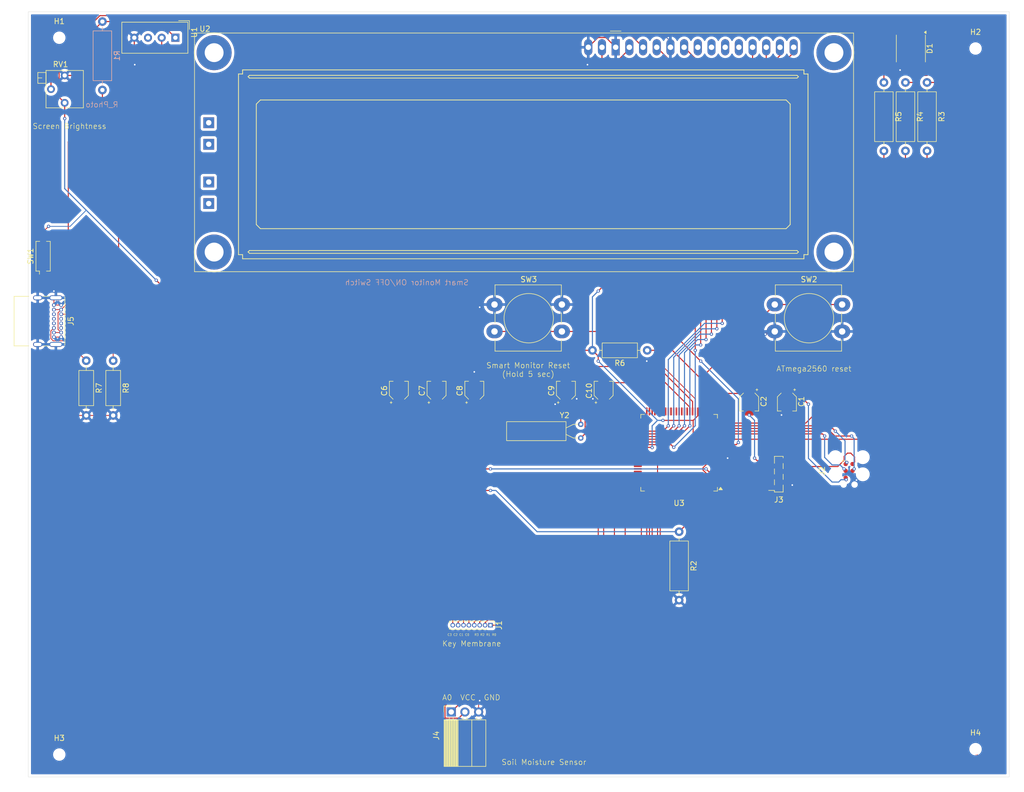
<source format=kicad_pcb>
(kicad_pcb (version 20241229) (generator "pcbnew") (generator_version "9.0")
  (layers (0 "F.Cu" signal) (2 "B.Cu" signal) (13 "F.Paste" user) (15 "B.Paste" user) (5 "F.SilkS" user "F.Silkscreen") (7 "B.SilkS" user "B.Silkscreen") (1 "F.Mask" user) (3 "B.Mask" user) (25 "Edge.Cuts" user))
  (net 0 "")
  (net 1 "GND")
  (net 2 "/Reset")
  (net 3 "Net-(J3-Pin_6)")
  (net 4 "VCC")
  (net 5 "Net-(U3-XTAL2)")
  (net 6 "Net-(U3-XTAL1)")
  (net 7 "Net-(D1-RK)")
  (net 8 "Net-(D1-BK)")
  (net 9 "Net-(D1-GK)")
  (net 10 "/D29")
  (net 11 "/D26")
  (net 12 "/D27")
  (net 13 "/D24")
  (net 14 "/D28")
  (net 15 "/D25")
  (net 16 "/D23")
  (net 17 "/D22")
  (net 18 "/D50 (MISO)")
  (net 19 "/D52 (SCK)")
  (net 20 "/D51 (MOSI)")
  (net 21 "/D0 (RX0)")
  (net 22 "/D1 (TX0)")
  (net 23 "/A0")
  (net 24 "/A1")
  (net 25 "/D9")
  (net 26 "/D10")
  (net 27 "/D11")
  (net 28 "Net-(U2-VO)")
  (net 29 "/D7")
  (net 30 "/D2")
  (net 32 "/D32")
  (net 34 "/D30")
  (net 38 "/D33")
  (net 40 "/D35")
  (net 42 "/D31")
  (net 43 "/D34")
  (net 46 "/A13")
  (net 47 "/A15")
  (net 48 "/D8")
  (net 51 "/A4")
  (net 53 "/D20 (SDA)")
  (net 54 "/D13")
  (net 56 "/D3")
  (net 57 "/D14 (TX3)")
  (net 59 "/D15 (RX3)")
  (net 61 "/D47")
  (net 63 "/D6")
  (net 64 "/D12")
  (net 66 "/D48")
  (net 68 "/D39")
  (net 69 "/D49")
  (net 70 "/A10")
  (net 72 "/D41")
  (net 73 "/D37")
  (net 74 "/D38")
  (net 76 "/A11")
  (net 77 "/D5")
  (net 80 "/A8")
  (net 81 "/D36")
  (net 82 "/A3")
  (net 83 "/D19 (RX1)")
  (net 84 "/D40")
  (net 85 "/D17 (RX2)")
  (net 86 "/A14")
  (net 87 "/D42")
  (net 89 "/A7")
  (net 90 "/D21 (SCL)")
  (net 91 "/D46")
  (net 92 "/D18 (TX1)")
  (net 93 "/A12")
  (net 94 "/D44")
  (net 95 "/A5")
  (net 96 "/A6")
  (net 97 "/D45")
  (net 98 "/D16 (TX2)")
  (net 99 "/A2")
  (net 101 "/A9")
  (net 102 "/D43")
  (net 103 "/D4")
  (net 104 "/D53 (SS)")
  (net 107 "Net-(J5-CC2)")
  (net 108 "Net-(J5-CC1)")
  (net 109 "Net-(SW1A-A)")
  (footprint "Connector_PinSocket_2.54mm:PinSocket_1x03_P2.54mm_Horizontal" (layer "F.Cu") (at 141.725 148.1 90)
    (property "Reference" "J4")
    (property "Value" "Soil Moisture Sensor")
  )
  (footprint "Sensor:Aosong_DHT11_5.5x12.0_P2.54mm" (layer "F.Cu") (at 90.54 23 -90)
    (property "Reference" "U1")
    (property "Value" "DHT11")
  )
  (footprint "Button_Switch_SMD:SW_DIP_SPSTx01_Slide_Copal_CHS-01A_W5.08mm_P1.27mm_JPin" (layer "F.Cu") (at 66 63.54 90)
    (property "Reference" "SW1")
    (property "Value" "SW_DPST_x2")
  )
  (footprint "MountingHole:MountingHole_2.1mm" (layer "F.Cu") (at 239 155)
    (property "Reference" "H4")
    (property "Value" "MountingHole")
  )
  (footprint "MountingHole:MountingHole_2.1mm" (layer "F.Cu") (at 69 23)
    (property "Reference" "H1")
    (property "Value" "MountingHole")
  )
  (footprint "Resistor_THT:R_Axial_DIN0309_L9.0mm_D3.2mm_P12.70mm_Horizontal" (layer "F.Cu") (at 230 31.3 -90)
    (property "Reference" "R3")
    (property "Value" "220")
  )
  (footprint "Capacitor_SMD:CP_Elec_3x5.3" (layer "F.Cu") (at 197 90.5 -90)
    (property "Reference" "C2")
    (property "Value" "0.1u")
  )
  (footprint "Connector_USB:USB_C_Receptacle_GCT_USB4085" (layer "F.Cu") (at 69.35 72.6 -90)
    (property "Reference" "J5")
    (property "Value" "USB_C_Receptacle_PowerOnly_24P")
  )
  (footprint "LED_SMD:LED_RGB_5050-6" (layer "F.Cu") (at 227 25 -90)
    (property "Reference" "D1")
    (property "Value" "LED_RGBA")
  )
  (footprint "Capacitor_SMD:CP_Elec_3x5.3" (layer "F.Cu") (at 163 88.5 90)
    (property "Reference" "C9")
    (property "Value" "22pF")
  )
  (footprint "MountingHole:MountingHole_2.1mm" (layer "F.Cu") (at 69 156)
    (property "Reference" "H3")
    (property "Value" "MountingHole")
  )
  (footprint "Display:LCD-016N002L" (layer "F.Cu") (at 172.23 24.77)
    (property "Reference" "U2")
    (property "Value" "LCD-016N002L")
  )
  (footprint "Resistor_THT:R_Axial_DIN0207_L6.3mm_D2.5mm_P10.16mm_Horizontal" (layer "F.Cu") (at 79 82.92 -90)
    (property "Reference" "R8")
    (property "Value" "5.1k")
  )
  (footprint "Crystal:Crystal_AT310_D3.0mm_L10.0mm_Horizontal" (layer "F.Cu") (at 165.755 94.73 -90)
    (property "Reference" "Y2")
    (property "Value" "Crystal")
  )
  (footprint "Button_Switch_THT:SW_PUSH-12mm_Wuerth-430476085716" (layer "F.Cu") (at 201.75 72.5)
    (property "Reference" "SW2")
    (property "Value" "SW_Push")
  )
  (footprint "Package_QFP:TQFP-100_14x14mm_P0.5mm" (layer "F.Cu") (at 184 100 180)
    (property "Reference" "U3")
    (property "Value" "ATmega2560-16A")
  )
  (footprint "Resistor_THT:R_Axial_DIN0207_L6.3mm_D2.5mm_P10.16mm_Horizontal" (layer "F.Cu") (at 74 82.92 -90)
    (property "Reference" "R7")
    (property "Value" "5.1k")
  )
  (footprint "Connector_PinSocket_1.00mm:PinSocket_1x06_P1.00mm_Vertical_SMD_Pin1Right" (layer "F.Cu") (at 202.5 103.975 180)
    (property "Reference" "J3")
    (property "Value" "Serial")
  )
  (footprint "Capacitor_SMD:CP_Elec_3x5.3" (layer "F.Cu") (at 204 90.5 -90)
    (property "Reference" "C1")
    (property "Value" "0.1u")
  )
  (footprint "Capacitor_SMD:CP_Elec_3x5.3" (layer "F.Cu") (at 139 88.5 90)
    (property "Reference" "C7")
    (property "Value" "0.1u")
  )
  (footprint "Button_Switch_THT:SW_PUSH-12mm_Wuerth-430476085716" (layer "F.Cu") (at 149.75 72.5)
    (property "Reference" "SW3")
    (property "Value" "SW_Push")
  )
  (footprint "Capacitor_SMD:CP_Elec_3x5.3" (layer "F.Cu") (at 146 88.5 90)
    (property "Reference" "C8")
    (property "Value" "0.1u")
  )
  (footprint "Capacitor_SMD:CP_Elec_3x5.3" (layer "F.Cu") (at 170 88.5 90)
    (property "Reference" "C10")
    (property "Value" "22pF")
  )
  (footprint "Resistor_THT:R_Axial_DIN0309_L9.0mm_D3.2mm_P12.70mm_Horizontal" (layer "F.Cu") (at 184 114.65 -90)
    (property "Reference" "R2")
    (property "Value" "10k")
  )
  (footprint "Connector:Tag-Connect_TC2030-IDC-FP_2x03_P1.27mm_Vertical" (layer "F.Cu") (at 215.54 103.365 -90)
    (property "Reference" "J2")
    (property "Value" "AVR-ISP-6")
  )
  (footprint "Capacitor_SMD:CP_Elec_3x5.3" (layer "F.Cu") (at 132 88.5 90)
    (property "Reference" "C6")
    (property "Value" "4.7u")
  )
  (footprint "Connector_PinHeader_1.00mm:PinHeader_1x08_P1.00mm_Vertical" (layer "F.Cu") (at 149 132 -90)
    (property "Reference" "J1")
    (property "Value" "Key Membrane Switch")
  )
  (footprint "Resistor_THT:R_Axial_DIN0207_L6.3mm_D2.5mm_P10.16mm_Horizontal" (layer "F.Cu") (at 178.08 81 180)
    (property "Reference" "R6")
    (property "Value" "22")
  )
  (footprint "Resistor_THT:R_Axial_DIN0309_L9.0mm_D3.2mm_P12.70mm_Horizontal" (layer "F.Cu") (at 222 31.3 -90)
    (property "Reference" "R5")
    (property "Value" "220")
  )
  (footprint "MountingHole:MountingHole_2.1mm" (layer "F.Cu") (at 239 25)
    (property "Reference" "H2")
    (property "Value" "MountingHole")
  )
  (footprint "Potentiometer_THT:Potentiometer_Bourns_3266P_Horizontal" (layer "F.Cu") (at 70 30)
    (property "Reference" "RV1")
    (property "Value" "10k Pot")
  )
  (footprint "Resistor_THT:R_Axial_DIN0309_L9.0mm_D3.2mm_P12.70mm_Horizontal" (layer "F.Cu") (at 226 31.3 -90)
    (property "Reference" "R4")
    (property "Value" "220")
  )
  (footprint "Resistor_THT:R_Axial_DIN0309_L9.0mm_D3.2mm_P12.70mm_Horizontal" (layer "B.Cu") (at 77 32.7 90)
    (property "Reference" "R1")
    (property "Value" "R_Photo")
  )
  (gr_rect (start 63.25 18.1625) (end 245.25 160.1625) (stroke (width 0.05)) (fill no) (layer "Edge.Cuts"))
  (gr_text "Smart Plant Monitor" (at 242 114.65 90) (layer "F.Cu") (effects (font (size 3 3) (thickness 0.3) (bold yes) (italic yes)) (justify left)))
  (gr_text "NJIT ECET-230 Final Project" (at 202 157 0) (layer "F.Cu") (effects (font (size 2 2) (thickness 0.3) (bold yes) (italic yes)) (justify left)))
  (gr_text "Soil Moisture Sensor" (at 151 158 0) (layer "F.SilkS") (effects (font (size 1 1) (thickness 0.1)) (justify left bottom)))
  (gr_text "C3 C2 C1 C0" (at 141 134 0) (layer "F.SilkS") (effects (font (size 0.4 0.4) (thickness 0.05) (bold yes)) (justify left bottom)))
  (gr_text "R3 R2 R1 R0" (at 146 134 0) (layer "F.SilkS") (effects (font (size 0.4 0.4) (thickness 0.05) (bold yes)) (justify left bottom)))
  (gr_text "Smart Monitor Reset\n(Hold 5 sec)" (at 156 86 0) (layer "F.SilkS") (effects (font (size 1 1) (thickness 0.1)) (justify bottom)))
  (gr_text "A0  VCC  GND" (at 140 146 0) (layer "F.SilkS") (effects (font (size 1 1) (thickness 0.1)) (justify left bottom)))
  (gr_text "ATmega2560 reset" (at 202 85 0) (layer "F.SilkS") (effects (font (size 1 1) (thickness 0.1)) (justify left bottom)))
  (gr_text "Key Membrane" (at 140 136 0) (layer "F.SilkS") (effects (font (size 1 1) (thickness 0.1)) (justify left bottom)))
  (gr_text "Screen Brightness" (at 64 40 -0) (layer "F.SilkS") (effects (font (size 1 1) (thickness 0.1)) (justify left bottom)))
  (gr_text "Smart Monitor ON/OFF Switch" (at 145 69 0) (layer "B.SilkS") (effects (font (size 1 1) (thickness 0.1)) (justify left bottom mirror)))
  (gr_text "R_Photo" (at 80 36 0) (layer "B.SilkS") (effects (font (size 1 1) (thickness 0.1)) (justify left bottom mirror)))
  (segment (start 187 90) (end 180 83) (width 0.15) (layer "F.Cu") (net 1))
  (segment (start 216.175 104.635) (end 216.471664 104.635) (width 0.15) (layer "F.Cu") (net 1))
  (segment (start 68.37 90.37) (end 71.08 93.08) (width 0.15) (layer "F.Cu") (net 1))
  (segment (start 180.5 123.85) (end 180.5 107.6625) (width 0.2032) (layer "F.Cu") (net 1))
  (segment (start 216.471664 104.635) (end 216.915191 105.078527) (width 0.15) (layer "F.Cu") (net 1))
  (segment (start 71.08 93.08) (end 74 93.08) (width 0.15) (layer "F.Cu") (net 1))
  (segment (start 68 72.6) (end 68 71.62) (width 0.15) (layer "F.Cu") (net 1))
  (segment (start 167 24.92) (end 167 28) (width 0.2032) (layer "F.Cu") (net 1))
  (segment (start 161 91) (end 162 91) (width 0.2032) (layer "F.Cu") (net 1))
  (segment (start 225.3 27.4) (end 225.3 28.7) (width 0.2032) (layer "F.Cu") (net 1))
  (segment (start 167.15 24.77) (end 167 24.92) (width 0.2032) (layer "F.Cu") (net 1))
  (segment (start 203.475 105.475) (end 204.475 105.475) (width 0.2032) (layer "F.Cu") (net 1))
  (segment (start 202.475 106.475) (end 201.525 106.475) (width 0.2032) (layer "F.Cu") (net 1))
  (segment (start 149.75 72.5) (end 147.5 72.5) (width 0.15) (layer "F.Cu") (net 1))
  (segment (start 184 127.35) (end 180.5 123.85) (width 0.2032) (layer "F.Cu") (net 1))
  (segment (start 197 111) (end 192 111) (width 0.2032) (layer "F.Cu") (net 1))
  (segment (start 64.99 79.9) (end 64.99 71.25) (width 0.15) (layer "F.Cu") (net 1))
  (segment (start 175.563914 99.5) (end 176.3375 99.5) (width 0.2032) (layer "F.Cu") (net 1))
  (segment (start 201.525 106.475) (end 197 111) (width 0.2032) (layer "F.Cu") (net 1))
  (segment (start 214.25 77.5) (end 201.75 77.5) (width 0.2032) (layer "F.Cu") (net 1))
  (segment (start 82.92 27.92) (end 82.92 23) (width 0.2032) (layer "F.Cu") (net 1))
  (segment (start 68 71.62) (end 68.37 71.25) (width 0.15) (layer "F.Cu") (net 1))
  (segment (start 170.4274 22.9674) (end 168.9526 22.9674) (width 0.2032) (layer "F.Cu") (net 1))
  (segment (start 147.5 72.5) (end 147 73) (width 0.15) (layer "F.Cu") (net 1))
  (segment (start 203.475 105.475) (end 202.475 106.475) (width 0.2032) (layer "F.Cu") (net 1))
  (segment (start 170 90) (end 168 90) (width 0.2032) (layer "F.Cu") (net 1))
  (segment (start 162 91) (end 163 90) (width 0.2032) (layer "F.Cu") (net 1))
  (segment (start 225.3 27.3) (end 225 27) (width 0.2032) (layer "F.Cu") (net 1))
  (segment (start 165 90) (end 163 90) (width 0.2032) (layer "F.Cu") (net 1))
  (segment (start 68.37 79.9) (end 68.37 90.37) (width 0.15) (layer "F.Cu") (net 1))
  (segment (start 170 93.936086) (end 175.563914 99.5) (width 0.2032) (layer "F.Cu") (net 1))
  (segment (start 68 72.6) (end 69.35 72.6) (width 0.15) (layer "F.Cu") (net 1))
  (segment (start 146 87) (end 146 85) (width 0.2032) (layer "F.Cu") (net 1))
  (segment (start 139 87) (end 132 87) (width 0.2032) (layer "F.Cu") (net 1))
  (segment (start 201.75 77.5) (end 200.5 77.5) (width 0.2032) (layer "F.Cu") (net 1))
  (segment (start 180 83) (end 178 83) (width 0.15) (layer "F.Cu") (net 1))
  (segment (start 64.99 79.9) (end 68.37 79.9) (width 0.15) (layer "F.Cu") (net 1))
  (segment (start 170 90) (end 170 93.936086) (width 0.2032) (layer "F.Cu") (net 1))
  (segment (start 146 87) (end 139 87) (width 0.2032) (layer "F.Cu") (net 1))
  (segment (start 146.805 148.1) (end 146.805 146.195) (width 0.15) (layer "F.Cu") (net 1))
  (segment (start 204.475 105.475) (end 205 106) (width 0.2032) (layer "F.Cu") (net 1))
  (segment (start 200.5 77.5) (end 200 78) (width 0.2032) (layer "F.Cu") (net 1))
  (segment (start 68.37 71.25) (end 68.37 70.37) (width 0.15) (layer "F.Cu") (net 1))
  (segment (start 182.39 24.77) (end 182.39 23.39) (width 0.2032) (layer "F.Cu") (net 1))
  (segment (start 225.3 27.4) (end 225.3 27.3) (width 0.2032) (layer "F.Cu") (net 1))
  (segment (start 192 111) (end 189.5 108.5) (width 0.2032) (layer "F.Cu") (net 1))
  (segment (start 172.23 24.77) (end 170.4274 22.9674) (width 0.2032) (layer "F.Cu") (net 1))
  (segment (start 191.6625 101) (end 193 101) (width 0.15) (layer "F.Cu") (net 1))
  (segment (start 189.5 108.5) (end 189.5 107.6625) (width 0.2032) (layer "F.Cu") (net 1))
  (segment (start 146.805 146.195) (end 147 146) (width 0.15) (layer "F.Cu") (net 1))
  (segment (start 69.35 78.55) (end 68 78.55) (width 0.15) (layer "F.Cu") (net 1))
  (segment (start 68.37 70.37) (end 68 70) (width 0.15) (layer "F.Cu") (net 1))
  (segment (start 182.39 23.39) (end 182 23) (width 0.2032) (layer "F.Cu") (net 1))
  (segment (start 83 28) (end 82.92 27.92) (width 0.2032) (layer "F.Cu") (net 1))
  (segment (start 74 93.08) (end 79 93.08) (width 0.15) (layer "F.Cu") (net 1))
  (segment (start 168.9526 22.9674) (end 167.15 24.77) (width 0.2032) (layer "F.Cu") (net 1))
  (segment (start 225.3 28.7) (end 225 29) (width 0.2032) (layer "F.Cu") (net 1))
  (segment (start 81 30) (end 83 28) (width 0.2032) (layer "F.Cu") (net 1))
  (segment (start 70 30) (end 81 30) (width 0.2032) (layer "F.Cu") (net 1))
  (segment (start 187 92.3375) (end 187 90) (width 0.15) (layer "F.Cu") (net 1))
  (segment (start 204 92) (end 203 93) (width 0.15) (layer "F.Cu") (net 1))
  (segment (start 162.25 72.5) (end 149.75 72.5) (width 0.15) (layer "F.Cu") (net 1))
  (segment (start 68.37 71.25) (end 64.99 71.25) (width 0.15) (layer "F.Cu") (net 1))
  (via (at 225 29) (size 0.6) (drill 0.3) (layers "F.Cu" "B.Cu") (net 1))
  (via (at 147 73) (size 0.6) (drill 0.3) (layers "F.Cu" "B.Cu") (net 1))
  (via (at 68 70) (size 0.6) (drill 0.3) (layers "F.Cu" "B.Cu") (net 1))
  (via (at 161 91) (size 0.6) (drill 0.3) (layers "F.Cu" "B.Cu") (net 1))
  (via (at 168 90) (size 0.6) (drill 0.3) (layers "F.Cu" "B.Cu") (net 1))
  (via (at 147 146) (size 0.6) (drill 0.3) (layers "F.Cu" "B.Cu") (net 1))
  (via (at 178 83) (size 0.6) (drill 0.3) (layers "F.Cu" "B.Cu") (net 1))
  (via (at 165 90) (size 0.6) (drill 0.3) (layers "F.Cu" "B.Cu") (net 1))
  (via (at 83 28) (size 0.6) (drill 0.3) (layers "F.Cu" "B.Cu") (net 1))
  (via (at 205 106) (size 0.6) (drill 0.3) (layers "F.Cu" "B.Cu") (net 1))
  (via (at 200 78) (size 0.6) (drill 0.3) (layers "F.Cu" "B.Cu") (net 1))
  (via (at 216.915191 105.078527) (size 0.6) (drill 0.3) (layers "F.Cu" "B.Cu") (net 1))
  (via (at 146 85) (size 0.6) (drill 0.3) (layers "F.Cu" "B.Cu") (net 1))
  (via (at 193 101) (size 0.6) (drill 0.3) (layers "F.Cu" "B.Cu") (net 1))
  (via (at 167 28) (size 0.6) (drill 0.3) (layers "F.Cu" "B.Cu") (net 1))
  (via (at 203 93) (size 0.6) (drill 0.3) (layers "F.Cu" "B.Cu") (net 1))
  (via (at 182 23) (size 0.6) (drill 0.3) (layers "F.Cu" "B.Cu") (net 1))
  (segment (start 168 90) (end 165 90) (width 0.2032) (layer "B.Cu") (net 1))
  (segment (start 188 86.25) (end 188 92.3375) (width 0.2032) (layer "F.Cu") (net 2))
  (segment (start 182.75 81) (end 188 86.25) (width 0.2032) (layer "F.Cu") (net 2))
  (segment (start 214.25 72.5) (end 201.75 72.5) (width 0.2032) (layer "F.Cu") (net 2))
  (segment (start 206 89) (end 204 89) (width 0.2032) (layer "F.Cu") (net 2))
  (segment (start 214.905 104.905) (end 215 105) (width 0.2032) (layer "F.Cu") (net 2))
  (segment (start 201.75 72.5) (end 188.625 85.625) (width 0.2032) (layer "F.Cu") (net 2))
  (segment (start 192 89) (end 188.625 85.625) (width 0.2032) (layer "F.Cu") (net 2))
  (segment (start 188.625 85.625) (end 188 86.25) (width 0.2032) (layer "F.Cu") (net 2))
  (segment (start 178.08 81) (end 182.75 81) (width 0.2032) (layer "F.Cu") (net 2))
  (segment (start 208 91) (end 206 89) (width 0.2032) (layer "F.Cu") (net 2))
  (segment (start 204 89) (end 197 89) (width 0.2032) (layer "F.Cu") (net 2))
  (segment (start 197 89) (end 192 89) (width 0.2032) (layer "F.Cu") (net 2))
  (segment (start 214.905 104.635) (end 214.905 104.905) (width 0.2032) (layer "F.Cu") (net 2))
  (via (at 215 105) (size 0.6) (drill 0.3) (layers "F.Cu" "B.Cu") (net 2))
  (via (at 208 91) (size 0.6) (drill 0.3) (layers "F.Cu" "B.Cu") (net 2))
  (segment (start 208 101.039932) (end 208 91) (width 0.2032) (layer "B.Cu") (net 2))
  (segment (start 215 105) (end 214.039932 105) (width 0.2032) (layer "B.Cu") (net 2))
  (segment (start 214.039932 105) (end 213.597482 105.44245) (width 0.2032) (layer "B.Cu") (net 2))
  (segment (start 213.597482 105.44245) (end 212.402518 105.44245) (width 0.2032) (layer "B.Cu") (net 2))
  (segment (start 212.402518 105.44245) (end 208 101.039932) (width 0.2032) (layer "B.Cu") (net 2))
  (segment (start 198.475 101.475) (end 198 101) (width 0.2032) (layer "F.Cu") (net 3))
  (segment (start 203.475 101.475) (end 198.475 101.475) (width 0.2032) (layer "F.Cu") (net 3))
  (segment (start 197 93) (end 197 92) (width 0.2032) (layer "F.Cu") (net 3))
  (via (at 198 101) (size 0.6) (drill 0.3) (layers "F.Cu" "B.Cu") (net 3))
  (via (at 197 93) (size 0.6) (drill 0.3) (layers "F.Cu" "B.Cu") (net 3))
  (segment (start 198 94) (end 197 93) (width 0.2032) (layer "B.Cu") (net 3))
  (segment (start 198 101) (end 198 94) (width 0.2032) (layer "B.Cu") (net 3))
  (segment (start 140.5724 149.2526) (end 140.5724 146.9474) (width 0.2032) (layer "F.Cu") (net 4))
  (segment (start 139 90) (end 132 90) (width 0.2032) (layer "F.Cu") (net 4))
  (segment (start 167.92 81) (end 166 81) (width 0.2032) (layer "F.Cu") (net 4))
  (segment (start 188.4474 103.228895) (end 188.4474 102.771105) (width 0.2032) (layer "F.Cu") (net 4))
  (segment (start 188.4474 102.771105) (end 189.718505 101.5) (width 0.2032) (layer "F.Cu") (net 4))
  (segment (start 169.69 69.31) (end 169 70) (width 0.2032) (layer "F.Cu") (net 4))
  (segment (start 214.616583 100.687333) (end 214.616583 101.383417) (width 0.2032) (layer "F.Cu") (net 4))
  (segment (start 140.5724 146.9474) (end 155.1156 132.4042) (width 0.2032) (layer "F.Cu") (net 4))
  (segment (start 180 128.571626) (end 180 107.6625) (width 0.2032) (layer "F.Cu") (net 4))
  (segment (start 143.1124 149.2526) (end 140.5724 149.2526) (width 0.2032) (layer "F.Cu") (net 4))
  (segment (start 87.54 20) (end 77 20) (width 0.2032) (layer "F.Cu") (net 4))
  (segment (start 166 81) (end 157 90) (width 0.2032) (layer "F.Cu") (net 4))
  (segment (start 206.36485 102.55755) (end 204.4474 104.475) (width 0.2032) (layer "F.Cu") (net 4))
  (segment (start 70 38) (end 70 35.08) (width 0.2032) (layer "F.Cu") (net 4))
  (segment (start 186.611086 98.392581) (end 186.611086 94) (width 0.2032) (layer "F.Cu") (net 4))
  (segment (start 144.265 148.1) (end 143.1124 149.2526) (width 0.2032) (layer "F.Cu") (net 4))
  (segment (start 176.167426 132.4042) (end 180 128.571626) (width 0.2032) (layer "F.Cu") (net 4))
  (segment (start 68.9774 34.0574) (end 68.9774 28.0226) (width 0.2032) (layer "F.Cu") (net 4))
  (segment (start 190 107.6625) (end 190 104.781495) (width 0.2032) (layer "F.Cu") (net 4))
  (segment (start 215.229216 100.0747) (end 214.616583 100.687333) (width 0.2032) (layer "F.Cu") (net 4))
  (segment (start 190 104.781495) (end 188.4474 103.228895) (width 0.2032) (layer "F.Cu") (net 4))
  (segment (start 70 35.08) (end 68.9774 34.0574) (width 0.2032) (layer "F.Cu") (net 4))
  (segment (start 201.525 104.475) (end 196 110) (width 0.2032) (layer "F.Cu") (net 4))
  (segment (start 180 107.6625) (end 180 101.925001) (width 0.2032) (layer "F.Cu") (net 4))
  (segment (start 187.5 93.111086) (end 187.5 92.3375) (width 0.2032) (layer "F.Cu") (net 4))
  (segment (start 180 101.925001) (end 177.074999 99) (width 0.2032) (layer "F.Cu") (net 4))
  (segment (start 214.616583 101.383417) (end 213.44245 102.55755) (width 0.2032) (layer "F.Cu") (net 4))
  (segment (start 167.92 81) (end 169 82.08) (width 0.2032) (layer "F.Cu") (net 4))
  (segment (start 189.718505 101.5) (end 186.611086 98.392581) (width 0.2032) (layer "F.Cu") (net 4))
  (segment (start 174.77 25.0852) (end 171.8552 28) (width 0.2032) (layer "F.Cu") (net 4))
  (segment (start 189.718505 101.5) (end 191.6625 101.5) (width 0.2032) (layer "F.Cu") (net 4))
  (segment (start 213.44245 102.55755) (end 206.36485 102.55755) (width 0.2032) (layer "F.Cu") (net 4))
  (segment (start 155.1156 132.4042) (end 176.167426 132.4042) (width 0.2032) (layer "F.Cu") (net 4))
  (segment (start 216.568699 101.701301) (end 216.568699 100.792615) (width 0.2032) (layer "F.Cu") (net 4))
  (segment (start 171.8552 28) (end 169.69 28) (width 0.2032) (layer "F.Cu") (net 4))
  (segment (start 146 90) (end 139 90) (width 0.2032) (layer "F.Cu") (net 4))
  (segment (start 176.3375 99) (end 178.9484 99) (width 0.2032) (layer "F.Cu") (net 4))
  (segment (start 132 90) (end 109 90) (width 0.2032) (layer "F.Cu") (net 4))
  (segment (start 177.074999 99) (end 176.3375 99) (width 0.2032) (layer "F.Cu") (net 4))
  (segment (start 66 61) (end 66 59) (width 0.15) (layer "F.Cu") (net 4))
  (segment (start 174.77 24.77) (end 174.77 25.0852) (width 0.2032) (layer "F.Cu") (net 4))
  (segment (start 169 82.08) (end 169 83) (width 0.2032) (layer "F.Cu") (net 4))
  (segment (start 90.54 23) (end 87.54 20) (width 0.2032) (layer "F.Cu") (net 4))
  (segment (start 181 94) (end 186.611086 94) (width 0.2032) (layer "F.Cu") (net 4))
  (segment (start 216.175 102.095) (end 216.568699 101.701301) (width 0.2032) (layer "F.Cu") (net 4))
  (segment (start 169.69 24.77) (end 169.69 28) (width 0.2032) (layer "F.Cu") (net 4))
  (segment (start 216.568699 100.792615) (end 215.850784 100.0747) (width 0.2032) (layer "F.Cu") (net 4))
  (segment (start 196 110) (end 192.3375 110) (width 0.2032) (layer "F.Cu") (net 4))
  (segment (start 109 90) (end 87 68) (width 0.2032) (layer "F.Cu") (net 4))
  (segment (start 178.9484 99) (end 179 99.0516) (width 0.2032) (layer "F.Cu") (net 4))
  (segment (start 157 90) (end 146 90) (width 0.2032) (layer "F.Cu") (net 4))
  (segment (start 66 59) (end 67 58) (width 0.15) (layer "F.Cu") (net 4))
  (segment (start 169.69 28) (end 169.69 69.31) (width 0.2032) (layer "F.Cu") (net 4))
  (segment (start 204.4474 104.475) (end 201.525 104.475) (width 0.2032) (layer "F.Cu") (net 4))
  (segment (start 215.850784 100.0747) (end 215.229216 100.0747) (width 0.2032) (layer "F.Cu") (net 4))
  (segment (start 68.9774 28.0226) (end 77 20) (width 0.2032) (layer "F.Cu") (net 4))
  (segment (start 186.611086 94) (end 187.5 93.111086) (width 0.2032) (layer "F.Cu") (net 4))
  (segment (start 192.3375 110) (end 190 107.6625) (width 0.2032) (layer "F.Cu") (net 4))
  (via (at 70 38) (size 0.6) (drill 0.3) (layers "F.Cu" "B.Cu") (net 4))
  (via (at 169 83) (size 0.6) (drill 0.3) (layers "F.Cu" "B.Cu") (net 4))
  (via (at 169 70) (size 0.6) (drill 0.3) (layers "F.Cu" "B.Cu") (net 4))
  (via (at 67 58) (size 0.6) (drill 0.3) (layers "F.Cu" "B.Cu") (net 4))
  (via (at 181 94) (size 0.6) (drill 0.3) (layers "F.Cu" "B.Cu") (net 4))
  (via (at 179 99.0516) (size 0.6) (drill 0.3) (layers "F.Cu" "B.Cu") (net 4))
  (via (at 87 68) (size 0.6) (drill 0.3) (layers "F.Cu" "B.Cu") (net 4))
  (segment (start 169 83) (end 180 94) (width 0.2032) (layer "B.Cu") (net 4))
  (segment (start 167.92 71.08) (end 167.92 81) (width 0.2032) (layer "B.Cu") (net 4))
  (segment (start 67 58) (end 71 58) (width 0.15) (layer "B.Cu") (net 4))
  (segment (start 180 94) (end 181 94) (width 0.2032) (layer "B.Cu") (net 4))
  (segment (start 70 51) (end 70 38) (width 0.2032) (layer "B.Cu") (net 4))
  (segment (start 169 70) (end 167.92 71.08) (width 0.2032) (layer "B.Cu") (net 4))
  (segment (start 179 95) (end 180 94) (width 0.2032) (layer "B.Cu") (net 4))
  (segment (start 179 99.0516) (end 179 95) (width 0.2032) (layer "B.Cu") (net 4))
  (segment (start 71 58) (end 74 55) (width 0.15) (layer "B.Cu") (net 4))
  (segment (start 78 59) (end 74 55) (width 0.2032) (layer "B.Cu") (net 4))
  (segment (start 78 59) (end 87 68) (width 0.2032) (layer "B.Cu") (net 4))
  (segment (start 74 55) (end 70 51) (width 0.2032) (layer "B.Cu") (net 4))
  (segment (start 186.5 90.5) (end 186.5 92.3375) (width 0.2032) (layer "F.Cu") (net 5))
  (segment (start 165.755 84.245) (end 166 84) (width 0.2032) (layer "F.Cu") (net 5))
  (segment (start 165.755 94.73) (end 165.755 84.245) (width 0.2032) (layer "F.Cu") (net 5))
  (segment (start 163 87) (end 166 84) (width 0.2032) (layer "F.Cu") (net 5))
  (segment (start 180 84) (end 186.5 90.5) (width 0.2032) (layer "F.Cu") (net 5))
  (segment (start 166 84) (end 180 84) (width 0.2032) (layer "F.Cu") (net 5))
  (segment (start 170 87) (end 181.436086 87) (width 0.2032) (layer "F.Cu") (net 6))
  (segment (start 165.755 97.27) (end 166.5576 96.4674) (width 0.2032) (layer "F.Cu") (net 6))
  (segment (start 166.5576 90.4424) (end 170 87) (width 0.2032) (layer "F.Cu") (net 6))
  (segment (start 181.436086 87) (end 186 91.563914) (width 0.2032) (layer "F.Cu") (net 6))
  (segment (start 186 91.563914) (end 186 92.3375) (width 0.2032) (layer "F.Cu") (net 6))
  (segment (start 166.5576 96.4674) (end 166.5576 90.4424) (width 0.2032) (layer "F.Cu") (net 6))
  (segment (start 230.6 22.6) (end 233 25) (width 0.2032) (layer "F.Cu") (net 7))
  (segment (start 228.7 22.6) (end 230.6 22.6) (width 0.2032) (layer "F.Cu") (net 7))
  (segment (start 232.7 31.3) (end 230 31.3) (width 0.2032) (layer "F.Cu") (net 7))
  (segment (start 233 31) (end 232.7 31.3) (width 0.2032) (layer "F.Cu") (net 7))
  (segment (start 233 25) (end 233 31) (width 0.2032) (layer "F.Cu") (net 7))
  (segment (start 222 25.9) (end 222 31.3) (width 0.2032) (layer "F.Cu") (net 8))
  (segment (start 225.3 22.6) (end 222 25.9) (width 0.2032) (layer "F.Cu") (net 8))
  (segment (start 227 22.6) (end 227 23.05) (width 0.2032) (layer "F.Cu") (net 9))
  (segment (start 229 30) (end 227.7 31.3) (width 0.2032) (layer "F.Cu") (net 9))
  (segment (start 230 30) (end 229 30) (width 0.2032) (layer "F.Cu") (net 9))
  (segment (start 227.7 31.3) (end 226 31.3) (width 0.2032) (layer "F.Cu") (net 9))
  (segment (start 231 29) (end 230 30) (width 0.2032) (layer "F.Cu") (net 9))
  (segment (start 231 27.05) (end 231 29) (width 0.2032) (layer "F.Cu") (net 9))
  (segment (start 227 23.05) (end 231 27.05) (width 0.2032) (layer "F.Cu") (net 9))
  (segment (start 165 125) (end 169 121) (width 0.2032) (layer "F.Cu") (net 10))
  (segment (start 169 108.85675) (end 173.85675 104) (width 0.2032) (layer "F.Cu") (net 10))
  (segment (start 169 121) (end 169 108.85675) (width 0.2032) (layer "F.Cu") (net 10))
  (segment (start 148 125) (end 165 125) (width 0.2032) (layer "F.Cu") (net 10))
  (segment (start 142 131) (end 148 125) (width 0.2032) (layer "F.Cu") (net 10))
  (segment (start 142 132) (end 142 131) (width 0.2032) (layer "F.Cu") (net 10))
  (segment (start 173.85675 104) (end 176.3375 104) (width 0.2032) (layer "F.Cu") (net 10))
  (segment (start 145 132) (end 145 131) (width 0.2032) (layer "F.Cu") (net 11))
  (segment (start 174 125) (end 174 106) (width 0.2032) (layer "F.Cu") (net 11))
  (segment (start 145 131) (end 148 128) (width 0.2032) (layer "F.Cu") (net 11))
  (segment (start 174 106) (end 174.5 105.5) (width 0.2032) (layer "F.Cu") (net 11))
  (segment (start 148 128) (end 171 128) (width 0.2032) (layer "F.Cu") (net 11))
  (segment (start 171 128) (end 174 125) (width 0.2032) (layer "F.Cu") (net 11))
  (segment (start 174.5 105.5) (end 176.3375 105.5) (width 0.2032) (layer "F.Cu") (net 11))
  (segment (start 144 132) (end 144 131) (width 0.2032) (layer "F.Cu") (net 12))
  (segment (start 172 124) (end 172 107) (width 0.2032) (layer "F.Cu") (net 12))
  (segment (start 174 105) (end 176.3375 105) (width 0.2032) (layer "F.Cu") (net 12))
  (segment (start 169 127) (end 172 124) (width 0.2032) (layer "F.Cu") (net 12))
  (segment (start 144 131) (end 148 127) (width 0.2032) (layer "F.Cu") (net 12))
  (segment (start 148 127) (end 169 127) (width 0.2032) (layer "F.Cu") (net 12))
  (segment (start 172 107) (end 174 105) (width 0.2032) (layer "F.Cu") (net 12))
  (segment (start 148.39896 130) (end 174 130) (width 0.2032) (layer "F.Cu") (net 13))
  (segment (start 178 126) (end 178 107.6625) (width 0.2032) (layer "F.Cu") (net 13))
  (segment (start 147 132) (end 147 131.39896) (width 0.2032) (layer "F.Cu") (net 13))
  (segment (start 147 131.39896) (end 148.39896 130) (width 0.2032) (layer "F.Cu") (net 13))
  (segment (start 174 130) (end 178 126) (width 0.2032) (layer "F.Cu") (net 13))
  (segment (start 143 132) (end 143 131.39896) (width 0.2032) (layer "F.Cu") (net 14))
  (segment (start 167 126) (end 170 123) (width 0.2032) (layer "F.Cu") (net 14))
  (segment (start 143 131.39896) (end 148.39896 126) (width 0.2032) (layer "F.Cu") (net 14))
  (segment (start 170 108.428375) (end 173.928375 104.5) (width 0.2032) (layer "F.Cu") (net 14))
  (segment (start 170 123) (end 170 108.428375) (width 0.2032) (layer "F.Cu") (net 14))
  (segment (start 148.39896 126) (end 167 126) (width 0.2032) (layer "F.Cu") (net 14))
  (segment (start 173.928375 104.5) (end 176.3375 104.5) (width 0.2032) (layer "F.Cu") (net 14))
  (segment (start 177 124) (end 177 106.6625) (width 0.2032) (layer "F.Cu") (net 15))
  (segment (start 177 106.6625) (end 176.3375 106) (width 0.2032) (layer "F.Cu") (net 15))
  (segment (start 146 132) (end 146 131.39896) (width 0.2032) (layer "F.Cu") (net 15))
  (segment (start 146 131.39896) (end 148.39896 129) (width 0.2032) (layer "F.Cu") (net 15))
  (segment (start 172 129) (end 177 124) (width 0.2032) (layer "F.Cu") (net 15))
  (segment (start 148.39896 129) (end 172 129) (width 0.2032) (layer "F.Cu") (net 15))
  (segment (start 148 132) (end 148 131.5448) (width 0.2032) (layer "F.Cu") (net 16))
  (segment (start 175 131) (end 178.5 127.5) (width 0.2032) (layer "F.Cu") (net 16))
  (segment (start 178.5 127.5) (end 178.5 107.6625) (width 0.2032) (layer "F.Cu") (net 16))
  (segment (start 148.5448 131) (end 175 131) (width 0.2032) (layer "F.Cu") (net 16))
  (segment (start 148 131.5448) (end 148.5448 131) (width 0.2032) (layer "F.Cu") (net 16))
  (segment (start 149 132) (end 176 132) (width 0.2032) (layer "F.Cu") (net 17))
  (segment (start 176 132) (end 179 129) (width 0.2032) (layer "F.Cu") (net 17))
  (segment (start 179 129) (end 179 107.6625) (width 0.2032) (layer "F.Cu") (net 17))
  (segment (start 213 96) (end 212.5 95.5) (width 0.2032) (layer "F.Cu") (net 18))
  (segment (start 214.905 102.007133) (end 215.117133 101.795) (width 0.2032) (layer "F.Cu") (net 18))
  (segment (start 214.905 102.095) (end 214.905 102.007133) (width 0.2032) (layer "F.Cu") (net 18))
  (segment (start 212.5 95.5) (end 191.6625 95.5) (width 0.2032) (layer "F.Cu") (net 18))
  (via (at 213 96) (size 0.6) (drill 0.3) (layers "F.Cu" "B.Cu") (net 18))
  (via (at 215.117133 101.795) (size 0.6) (drill 0.3) (layers "F.Cu" "B.Cu") (net 18))
  (segment (start 214.7897 101.467567) (end 214.7897 97.7897) (width 0.2032) (layer "B.Cu") (net 18))
  (segment (start 214.7897 97.7897) (end 213 96) (width 0.2032) (layer "B.Cu") (net 18))
  (segment (start 215.117133 101.795) (end 214.7897 101.467567) (width 0.2032) (layer "B.Cu") (net 18))
  (segment (start 214.905 103.365) (end 214.905 103.3) (width 0.2032) (layer "F.Cu") (net 19))
  (segment (start 210.6016 96.5) (end 191.6625 96.5) (width 0.2032) (layer "F.Cu") (net 19))
  (segment (start 214.905 103.3) (end 214.605 103) (width 0.2032) (layer "F.Cu") (net 19))
  (segment (start 211 96.8984) (end 210.6016 96.5) (width 0.2032) (layer "F.Cu") (net 19))
  (via (at 214.605 103) (size 0.6) (drill 0.3) (layers "F.Cu" "B.Cu") (net 19))
  (via (at 211 96.8984) (size 0.6) (drill 0.3) (layers "F.Cu" "B.Cu") (net 19))
  (segment (start 211 100.864932) (end 211 96.8984) (width 0.2032) (layer "B.Cu") (net 19))
  (segment (start 213.87245 102.26745) (end 212.402518 102.26745) (width 0.2032) (layer "B.Cu") (net 19))
  (segment (start 214.605 103) (end 213.87245 102.26745) (width 0.2032) (layer "B.Cu") (net 19))
  (segment (start 212.402518 102.26745) (end 211 100.864932) (width 0.2032) (layer "B.Cu") (net 19))
  (segment (start 212.8984 96.8984) (end 212 96) (width 0.2032) (layer "F.Cu") (net 20))
  (segment (start 212 96) (end 191.6625 96) (width 0.2032) (layer "F.Cu") (net 20))
  (segment (start 216.175 103.3) (end 216.475 103) (width 0.2032) (layer "F.Cu") (net 20))
  (segment (start 216.175 103.365) (end 216.175 103.3) (width 0.2032) (layer "F.Cu") (net 20))
  (segment (start 216 96.8984) (end 212.8984 96.8984) (width 0.2032) (layer "F.Cu") (net 20))
  (via (at 216 96.8984) (size 0.6) (drill 0.3) (layers "F.Cu" "B.Cu") (net 20))
  (via (at 216.475 103) (size 0.6) (drill 0.3) (layers "F.Cu" "B.Cu") (net 20))
  (segment (start 216.475 97.3734) (end 216 96.8984) (width 0.2032) (layer "B.Cu") (net 20))
  (segment (start 216.475 103) (end 216.475 97.3734) (width 0.2032) (layer "B.Cu") (net 20))
  (segment (start 203.475 103.475) (end 198.525 103.475) (width 0.2032) (layer "F.Cu") (net 21))
  (segment (start 198.525 103.475) (end 196.5 105.5) (width 0.2032) (layer "F.Cu") (net 21))
  (segment (start 196.5 105.5) (end 191.6625 105.5) (width 0.2032) (layer "F.Cu") (net 21))
  (segment (start 201.525 102.475) (end 198.525 102.475) (width 0.2032) (layer "F.Cu") (net 22))
  (segment (start 196 105) (end 191.6625 105) (width 0.2032) (layer "F.Cu") (net 22))
  (segment (start 198.525 102.475) (end 196 105) (width 0.2032) (layer "F.Cu") (net 22))
  (segment (start 188.5 132.5) (end 188.5 107.6625) (width 0.2032) (layer "F.Cu") (net 23))
  (segment (start 141.725 148.1) (end 148.825 141) (width 0.2032) (layer "F.Cu") (net 23))
  (segment (start 180 141) (end 188.5 132.5) (width 0.2032) (layer "F.Cu") (net 23))
  (segment (start 148.825 141) (end 180 141) (width 0.2032) (layer "F.Cu") (net 23))
  (segment (start 188 110.65) (end 188 107.6625) (width 0.2032) (layer "F.Cu") (net 24))
  (segment (start 184 114.65) (end 188 110.65) (width 0.2032) (layer "F.Cu") (net 24))
  (segment (start 70.67 42.33) (end 70.67 65.67) (width 0.2032) (layer "F.Cu") (net 24))
  (segment (start 112 107) (end 149 107) (width 0.2032) (layer "F.Cu") (net 24))
  (segment (start 70.67 65.67) (end 112 107) (width 0.2032) (layer "F.Cu") (net 24))
  (segment (start 77 36) (end 70.67 42.33) (width 0.2032) (layer "F.Cu") (net 24))
  (segment (start 77 32.7) (end 77 36) (width 0.2032) (layer "F.Cu") (net 24))
  (via (at 149 107) (size 0.6) (drill 0.3) (layers "F.Cu" "B.Cu") (net 24))
  (segment (start 157.65 114.65) (end 184 114.65) (width 0.2032) (layer "B.Cu") (net 24))
  (segment (start 149 107) (end 150 107) (width 0.2032) (layer "B.Cu") (net 24))
  (segment (start 150 107) (end 157.65 114.65) (width 0.2032) (layer "B.Cu") (net 24))
  (segment (start 221.5 97.5) (end 191.6625 97.5) (width 0.2032) (layer "F.Cu") (net 25))
  (segment (start 230 89) (end 221.5 97.5) (width 0.2032) (layer "F.Cu") (net 25))
  (segment (start 230 44) (end 230 89) (width 0.2032) (layer "F.Cu") (net 25))
  (segment (start 217 95) (end 191.6625 95) (width 0.2032) (layer "F.Cu") (net 26))
  (segment (start 226 86) (end 217 95) (width 0.2032) (layer "F.Cu") (net 26))
  (segment (start 226 44) (end 226 86) (width 0.2032) (layer "F.Cu") (net 26))
  (segment (start 222 44) (end 222 80) (width 0.2032) (layer "F.Cu") (net 27))
  (segment (start 207.5 94.5) (end 191.6625 94.5) (width 0.2032) (layer "F.Cu") (net 27))
  (segment (start 222 80) (end 207.5 94.5) (width 0.2032) (layer "F.Cu") (net 27))
  (segment (start 89.511398 19) (end 171.54 19) (width 0.2032) (layer "F.Cu") (net 28))
  (segment (start 67.46 27.980688) (end 67.46 32.54) (width 0.2032) (layer "F.Cu") (net 28))
  (segment (start 89.511398 19) (end 89.408798 18.8974) (width 0.2032) (layer "F.Cu") (net 28))
  (segment (start 89.408798 18.8974) (end 76.543288 18.8974) (width 0.2032) (layer "F.Cu") (net 28))
  (segment (start 76.543288 18.8974) (end 67.46 27.980688) (width 0.2032) (layer "F.Cu") (net 28))
  (segment (start 171.54 19) (end 177.31 24.77) (width 0.2032) (layer "F.Cu") (net 28))
  (segment (start 162.25 77.5) (end 149.75 77.5) (width 0.2032) (layer "F.Cu") (net 29))
  (segment (start 182.5 77.5) (end 188 83) (width 0.2032) (layer "F.Cu") (net 29))
  (segment (start 195 98.1016) (end 194.6016 98.5) (width 0.2032) (layer "F.Cu") (net 29))
  (segment (start 162.25 77.5) (end 182.5 77.5) (width 0.2032) (layer "F.Cu") (net 29))
  (segment (start 194.6016 98.5) (end 191.6625 98.5) (width 0.2032) (layer "F.Cu") (net 29))
  (via (at 188 83) (size 0.6) (drill 0.3) (layers "F.Cu" "B.Cu") (net 29))
  (via (at 195 98.1016) (size 0.6) (drill 0.3) (layers "F.Cu" "B.Cu") (net 29))
  (segment (start 188 83) (end 195 90) (width 0.2032) (layer "B.Cu") (net 29))
  (segment (start 195 90) (end 195 98.1016) (width 0.2032) (layer "B.Cu") (net 29))
  (segment (start 189.5 103.5) (end 191.6625 103.5) (width 0.2032) (layer "F.Cu") (net 30))
  (segment (start 112 103) (end 80 71) (width 0.2032) (layer "F.Cu") (net 30))
  (segment (start 189 103) (end 189.5 103.5) (width 0.2032) (layer "F.Cu") (net 30))
  (segment (start 80 44) (end 88 36) (width 0.2032) (layer "F.Cu") (net 30))
  (segment (start 80 71) (end 80 44) (width 0.2032) (layer "F.Cu") (net 30))
  (segment (start 149 103) (end 112 103) (width 0.2032) (layer "F.Cu") (net 30))
  (segment (start 88 36) (end 88 23) (width 0.2032) (layer "F.Cu") (net 30))
  (via (at 149 103) (size 0.6) (drill 0.3) (layers "F.Cu" "B.Cu") (net 30))
  (via (at 189 103) (size 0.6) (drill 0.3) (layers "F.Cu" "B.Cu") (net 30))
  (segment (start 149 103) (end 189 103) (width 0.2032) (layer "B.Cu") (net 30))
  (segment (start 185 95) (end 182.5 97.5) (width 0.2032) (layer "F.Cu") (net 32))
  (segment (start 189 36) (end 189 46) (width 0.2032) (layer "F.Cu") (net 32))
  (segment (start 182.5 97.5) (end 176.3375 97.5) (width 0.2032) (layer "F.Cu") (net 32))
  (segment (start 197.63 24.77) (end 197.63 27.37) (width 0.2032) (layer "F.Cu") (net 32))
  (segment (start 197.63 27.37) (end 189 36) (width 0.2032) (layer "F.Cu") (net 32))
  (segment (start 189 46) (end 189 79) (width 0.2032) (layer "F.Cu") (net 32))
  (via (at 185 95) (size 0.6) (drill 0.3) (layers "F.Cu" "B.Cu") (net 32))
  (via (at 189 79) (size 0.6) (drill 0.3) (layers "F.Cu" "B.Cu") (net 32))
  (segment (start 189 79) (end 187.428375 79) (width 0.2032) (layer "B.Cu") (net 32))
  (segment (start 187.428375 79) (end 185 81.428375) (width 0.2032) (layer "B.Cu") (net 32))
  (segment (start 185 81.428375) (end 185 95) (width 0.2032) (layer "B.Cu") (net 32))
  (segment (start 182.5 98.5) (end 176.3375 98.5) (width 0.2032) (layer "F.Cu") (net 34))
  (segment (start 179.85 24.77) (end 187 31.92) (width 0.2032) (layer "F.Cu") (net 34))
  (segment (start 183 99) (end 182.5 98.5) (width 0.2032) (layer "F.Cu") (net 34))
  (segment (start 187 31.92) (end 187 81) (width 0.2032) (layer "F.Cu") (net 34))
  (via (at 187 81) (size 0.6) (drill 0.3) (layers "F.Cu" "B.Cu") (net 34))
  (via (at 183 99) (size 0.6) (drill 0.3) (layers "F.Cu" "B.Cu") (net 34))
  (segment (start 187 95) (end 183 99) (width 0.2032) (layer "B.Cu") (net 34))
  (segment (start 187 81) (end 187 95) (width 0.2032) (layer "B.Cu") (net 34))
  (segment (start 200.17 26.83) (end 190 37) (width 0.2032) (layer "F.Cu") (net 38))
  (segment (start 200.17 24.77) (end 200.17 26.83) (width 0.2032) (layer "F.Cu") (net 38))
  (segment (start 184 95) (end 182 97) (width 0.2032) (layer "F.Cu") (net 38))
  (segment (start 190 61) (end 190 78) (width 0.2032) (layer "F.Cu") (net 38))
  (segment (start 190 37) (end 190 61) (width 0.2032) (layer "F.Cu") (net 38))
  (segment (start 182 97) (end 176.3375 97) (width 0.2032) (layer "F.Cu") (net 38))
  (via (at 184 95) (size 0.6) (drill 0.3) (layers "F.Cu" "B.Cu") (net 38))
  (via (at 190 78) (size 0.6) (drill 0.3) (layers "F.Cu" "B.Cu") (net 38))
  (segment (start 190 78) (end 187.85675 78) (width 0.2032) (layer "B.Cu") (net 38))
  (segment (start 187.85675 78) (end 184 81.85675) (width 0.2032) (layer "B.Cu") (net 38))
  (segment (start 184 81.85675) (end 184 95) (width 0.2032) (layer "B.Cu") (net 38))
  (segment (start 205.25 24.77) (end 205.25 25.75) (width 0.2032) (layer "F.Cu") (net 40))
  (segment (start 205.25 25.75) (end 192 39) (width 0.2032) (layer "F.Cu") (net 40))
  (segment (start 192 39) (end 192 76) (width 0.2032) (layer "F.Cu") (net 40))
  (segment (start 181 96) (end 176.3375 96) (width 0.2032) (layer "F.Cu") (net 40))
  (segment (start 182 95) (end 181 96) (width 0.2032) (layer "F.Cu") (net 40))
  (via (at 192 76) (size 0.6) (drill 0.3) (layers "F.Cu" "B.Cu") (net 40))
  (via (at 182 95) (size 0.6) (drill 0.3) (layers "F.Cu" "B.Cu") (net 40))
  (segment (start 188.7135 76) (end 182 82.7135) (width 0.2032) (layer "B.Cu") (net 40))
  (segment (start 192 76) (end 188.7135 76) (width 0.2032) (layer "B.Cu") (net 40))
  (segment (start 182 82.7135) (end 182 95) (width 0.2032) (layer "B.Cu") (net 40))
  (segment (start 184.93 24.77) (end 188 27.84) (width 0.2032) (layer "F.Cu") (net 42))
  (segment (start 188 27.84) (end 188 80) (width 0.2032) (layer "F.Cu") (net 42))
  (segment (start 186 95) (end 183 98) (width 0.2032) (layer "F.Cu") (net 42))
  (segment (start 183 98) (end 176.3375 98) (width 0.2032) (layer "F.Cu") (net 42))
  (via (at 188 80) (size 0.6) (drill 0.3) (layers "F.Cu" "B.Cu") (net 42))
  (via (at 186 95) (size 0.6) (drill 0.3) (layers "F.Cu" "B.Cu") (net 42))
  (segment (start 186 81) (end 186 94) (width 0.2032) (layer "B.Cu") (net 42))
  (segment (start 188 80) (end 187 80) (width 0.2032) (layer "B.Cu") (net 42))
  (segment (start 186 94) (end 186 95) (width 0.2032) (layer "B.Cu") (net 42))
  (segment (start 187 80) (end 186 81) (width 0.2032) (layer "B.Cu") (net 42))
  (segment (start 183 95) (end 181.5 96.5) (width 0.2032) (layer "F.Cu") (net 43))
  (segment (start 181.5 96.5) (end 176.3375 96.5) (width 0.2032) (layer "F.Cu") (net 43))
  (segment (start 191 38) (end 191 77) (width 0.2032) (layer "F.Cu") (net 43))
  (segment (start 202.71 26.29) (end 191 38) (width 0.2032) (layer "F.Cu") (net 43))
  (segment (start 202.71 24.77) (end 202.71 26.29) (width 0.2032) (layer "F.Cu") (net 43))
  (via (at 183 95) (size 0.6) (drill 0.3) (layers "F.Cu" "B.Cu") (net 43))
  (via (at 191 77) (size 0.6) (drill 0.3) (layers "F.Cu" "B.Cu") (net 43))
  (segment (start 183 82.285125) (end 183 95) (width 0.2032) (layer "B.Cu") (net 43))
  (segment (start 188.285125 77) (end 183 82.285125) (width 0.2032) (layer "B.Cu") (net 43))
  (segment (start 191 77) (end 188.285125 77) (width 0.2032) (layer "B.Cu") (net 43))
  (segment (start 70.304 79.224) (end 67.859412 79.224) (width 0.15) (layer "F.Cu") (net 107))
  (segment (start 67.424 78.788588) (end 67.424 77.426) (width 0.15) (layer "F.Cu") (net 107))
  (segment (start 74 82.92) (end 70.304 79.224) (width 0.15) (layer "F.Cu") (net 107))
  (segment (start 67.859412 79.224) (end 67.424 78.788588) (width 0.15) (layer "F.Cu") (net 107))
  (segment (start 67.424 77.426) (end 68 76.85) (width 0.15) (layer "F.Cu") (net 107))
  (segment (start 74.3 74.3) (end 69.35 74.3) (width 0.15) (layer "F.Cu") (net 108))
  (segment (start 79 79) (end 74.3 74.3) (width 0.15) (layer "F.Cu") (net 108))
  (segment (start 79 82.92) (end 79 79) (width 0.15) (layer "F.Cu") (net 108))
  (segment (start 68.774 74.026) (end 69.35 73.45) (width 0.15) (layer "F.Cu") (net 109))
  (segment (start 69.35 73.45) (end 68 73.45) (width 0.15) (layer "F.Cu") (net 109))
  (segment (start 66 66.08) (end 71 71.08) (width 0.15) (layer "F.Cu") (net 109))
  (segment (start 69.35 77.7) (end 68.774 77.124) (width 0.15) (layer "F.Cu") (net 109))
  (segment (start 68 77.7) (end 69.35 77.7) (width 0.15) (layer "F.Cu") (net 109))
  (segment (start 68.774 77.124) (end 68.774 74.026) (width 0.15) (layer "F.Cu") (net 109))
  (segment (start 71 71.08) (end 71 71.8) (width 0.15) (layer "F.Cu") (net 109))
  (segment (start 71 71.8) (end 69.35 73.45) (width 0.15) (layer "F.Cu") (net 109))
  (zone (net 1) (net_name "GND") (layer "B.Cu") (connect_pads (clearance 0.5)) (min_thickness 0.25) (fill yes (thermal_gap 0.5) (thermal_bridge_width 0.5))
    (polygon (pts (xy 248 16) (xy 248 163) (xy 58 163) (xy 61 16)))
  )
)
</source>
